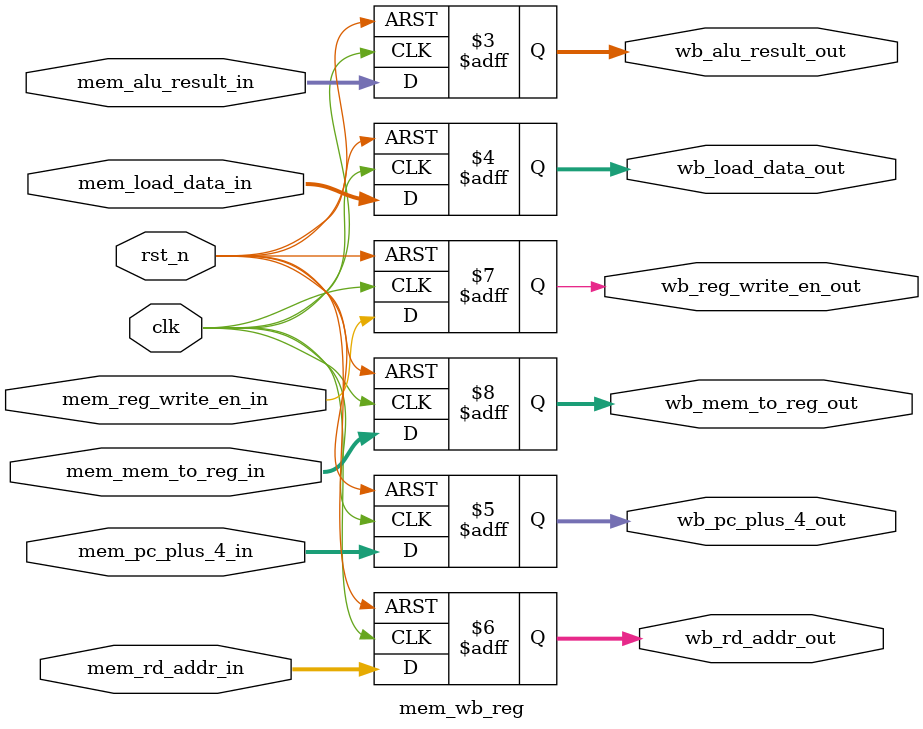
<source format=v>

module mem_wb_reg (
    input wire clk,
    input wire rst_n, // Active low reset

    // Inputs from MEM stage
    input wire [31:0] mem_alu_result_in,
    input wire [31:0] mem_load_data_in,
    input wire [31:0] mem_pc_plus_4_in, // **NEW**: PC+4 from MEM stage (for JAL/JALR return address)
    input wire [4:0]  mem_rd_addr_in,
    input wire        mem_reg_write_en_in,
    input wire [1:0]  mem_mem_to_reg_in,

    // Outputs to WB stage (directly to Register File write port)
    output reg [31:0] wb_alu_result_out,
    output reg [31:0] wb_load_data_out,
    output reg [31:0] wb_pc_plus_4_out, // **NEW**: PC+4 out to WB stage
    output reg [4:0]  wb_rd_addr_out,
    output reg        wb_reg_write_en_out,
    output reg [1:0]  wb_mem_to_reg_out
);

    always @(posedge clk or negedge rst_n) begin
        if (!rst_n) begin
            // Reset all outputs to known, safe defaults (NOP equivalent)
            wb_alu_result_out   <= 32'b0;
            wb_load_data_out    <= 32'b0;
            wb_pc_plus_4_out    <= 32'b0; // Initialize new output
            wb_rd_addr_out      <= 5'b0;
            wb_reg_write_en_out <= 1'b0;
            wb_mem_to_reg_out   <= 2'b00;
        end else begin
            // Normal operation: propagate inputs to outputs on clock edge.
            // (No explicit stall input for this register; bubbles propagate from previous stages.)
            wb_alu_result_out   <= mem_alu_result_in;
            wb_load_data_out    <= mem_load_data_in;
            wb_pc_plus_4_out    <= mem_pc_plus_4_in; // Propagate new input
            wb_rd_addr_out      <= mem_rd_addr_in;
            wb_reg_write_en_out <= mem_reg_write_en_in;
            wb_mem_to_reg_out   <= mem_mem_to_reg_in;
        end
    end

endmodule

</source>
